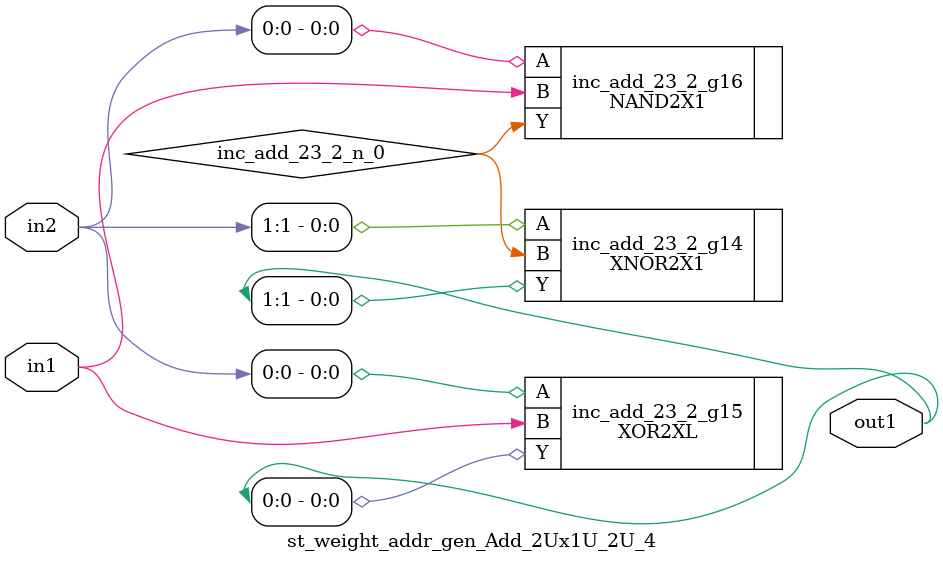
<source format=v>
`timescale 1ps / 1ps


module st_weight_addr_gen_Add_2Ux1U_2U_4(in2, in1, out1);
  input [1:0] in2;
  input in1;
  output [1:0] out1;
  wire [1:0] in2;
  wire in1;
  wire [1:0] out1;
  wire inc_add_23_2_n_0;
  XNOR2X1 inc_add_23_2_g14(.A (in2[1]), .B (inc_add_23_2_n_0), .Y
       (out1[1]));
  XOR2XL inc_add_23_2_g15(.A (in2[0]), .B (in1), .Y (out1[0]));
  NAND2X1 inc_add_23_2_g16(.A (in2[0]), .B (in1), .Y
       (inc_add_23_2_n_0));
endmodule



</source>
